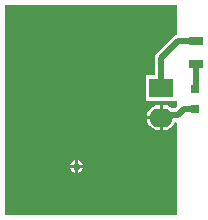
<source format=gbl>
G04*
G04 #@! TF.GenerationSoftware,Altium Limited,Altium Designer,21.7.2 (23)*
G04*
G04 Layer_Physical_Order=2*
G04 Layer_Color=16711680*
%FSLAX25Y25*%
%MOIN*%
G70*
G04*
G04 #@! TF.SameCoordinates,30376CAB-91CD-47D3-876A-24FA50545A46*
G04*
G04*
G04 #@! TF.FilePolarity,Positive*
G04*
G01*
G75*
%ADD13R,0.03150X0.03150*%
%ADD14R,0.05118X0.02756*%
%ADD19C,0.01968*%
%ADD20R,0.07874X0.06299*%
%ADD21O,0.07874X0.06299*%
%ADD22C,0.02362*%
G36*
X62200Y65088D02*
X61955Y65040D01*
X61239Y64561D01*
X55525Y58848D01*
X55047Y58131D01*
X54879Y57287D01*
Y51732D01*
X51968D01*
Y43071D01*
X62200D01*
Y40922D01*
X61716Y40438D01*
X60733D01*
X59967Y41026D01*
X58957Y41444D01*
X57874Y41587D01*
X57587D01*
Y37402D01*
Y33216D01*
X57874D01*
X58957Y33359D01*
X59967Y33777D01*
X60834Y34442D01*
X61499Y35309D01*
X61700Y35795D01*
X62200Y35695D01*
Y5000D01*
X5000D01*
Y75000D01*
X62200D01*
Y65088D01*
D02*
G37*
%LPC*%
G36*
X56587Y41587D02*
X56299D01*
X55216Y41444D01*
X54207Y41026D01*
X53340Y40361D01*
X52675Y39494D01*
X52256Y38485D01*
X52180Y37902D01*
X56587D01*
Y41587D01*
D02*
G37*
G36*
Y36902D02*
X52180D01*
X52256Y36318D01*
X52675Y35309D01*
X53340Y34442D01*
X54207Y33777D01*
X55216Y33359D01*
X56299Y33216D01*
X56587D01*
Y36902D01*
D02*
G37*
G36*
X29437Y23217D02*
Y21563D01*
X31091D01*
X30786Y22298D01*
X30173Y22912D01*
X29437Y23217D01*
D02*
G37*
G36*
X28437D02*
X27702Y22912D01*
X27088Y22298D01*
X26783Y21563D01*
X28437D01*
Y23217D01*
D02*
G37*
G36*
X31091Y20563D02*
X29437D01*
Y18909D01*
X30173Y19214D01*
X30786Y19827D01*
X31091Y20563D01*
D02*
G37*
G36*
X28437D02*
X26783D01*
X27088Y19827D01*
X27702Y19214D01*
X28437Y18909D01*
Y20563D01*
D02*
G37*
%LPD*%
D13*
X68500Y46796D02*
D03*
Y40300D02*
D03*
D14*
X68550Y55330D02*
D03*
Y62810D02*
D03*
D19*
X64700Y40300D02*
X68500D01*
X62630Y38230D02*
X64700Y40300D01*
X57087Y37402D02*
X57915Y38230D01*
X62630D01*
X68525Y46821D02*
Y55304D01*
X68500Y46796D02*
X68525Y46821D01*
Y55304D02*
X68550Y55330D01*
X68360Y63000D02*
X68550Y62810D01*
X62800Y63000D02*
X68360D01*
X57087Y47402D02*
Y57287D01*
X62800Y63000D01*
D20*
X57087Y47402D02*
D03*
D21*
Y37402D02*
D03*
D22*
X28937Y21063D02*
D03*
M02*

</source>
